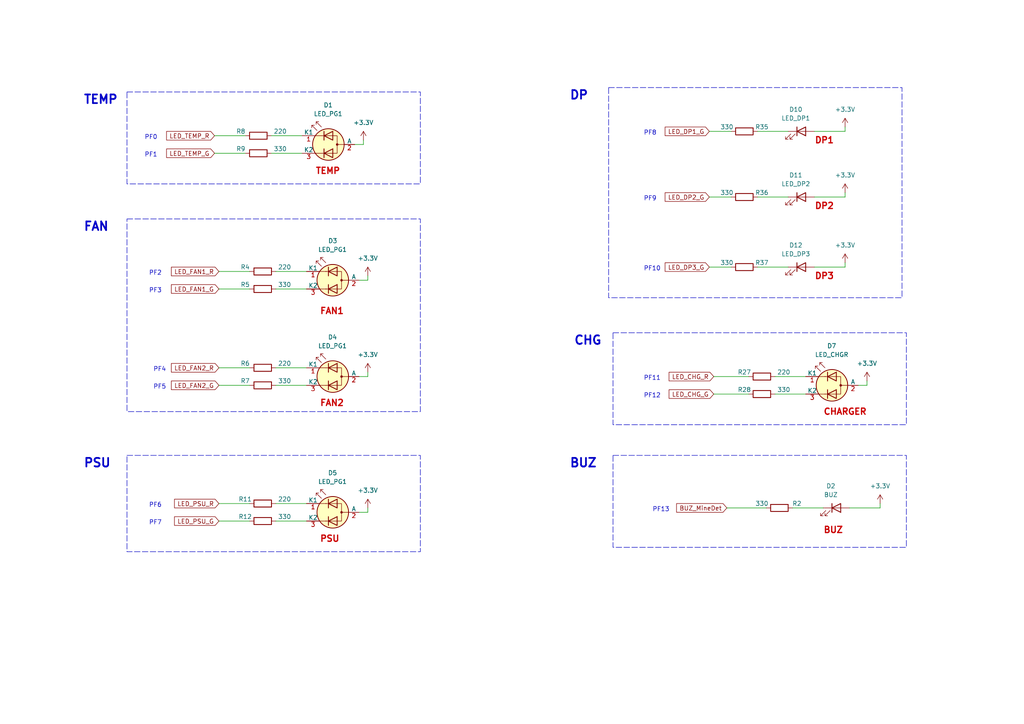
<source format=kicad_sch>
(kicad_sch (version 20230121) (generator eeschema)
  (paper "A4")
  (title_block (title "[AMDS] LED Schematic(Console+Portable)"))
  (lib_symbols
    (symbol "+3.3V_2" (power) (pin_numbers hide) (pin_names (offset 0) hide)
      (property "Value" "+3.3V_2" (at 0 3.556 0))
      (symbol "+3.3V_2_0_1"
        (polyline (pts (xy -0.762 1.27) (xy 0 2.54)))
        (polyline (pts (xy 0 0) (xy 0 2.54)))
        (polyline (pts (xy 0 2.54) (xy 0.762 1.27)))
      )
      (symbol "+3.3V_2_1_1"
        (pin power_in line (at 0 0 90) (length 0) hide (name "+3.3V") (number "1"))
      )
    )
    (symbol "+3.3V_3" (power) (pin_numbers hide) (pin_names (offset 0) hide)
      (property "Value" "+3.3V_3" (at 0 3.556 0))
      (symbol "+3.3V_3_0_1"
        (polyline (pts (xy -0.762 1.27) (xy 0 2.54)))
        (polyline (pts (xy 0 0) (xy 0 2.54)))
        (polyline (pts (xy 0 2.54) (xy 0.762 1.27)))
      )
      (symbol "+3.3V_3_1_1"
        (pin power_in line (at 0 0 90) (length 0) hide (name "+3.3V") (number "1"))
      )
    )
    (symbol "+3.3V_4" (power) (pin_numbers hide) (pin_names (offset 0) hide)
      (property "Value" "+3.3V_4" (at 0 3.556 0))
      (symbol "+3.3V_4_0_1"
        (polyline (pts (xy -0.762 1.27) (xy 0 2.54)))
        (polyline (pts (xy 0 0) (xy 0 2.54)))
        (polyline (pts (xy 0 2.54) (xy 0.762 1.27)))
      )
      (symbol "+3.3V_4_1_1"
        (pin power_in line (at 0 0 90) (length 0) hide (name "+3.3V") (number "1"))
      )
    )
    (symbol "+3.3V_5" (power) (pin_numbers hide) (pin_names (offset 0) hide)
      (property "Value" "+3.3V_5" (at 0 3.556 0))
      (symbol "+3.3V_5_0_1"
        (polyline (pts (xy -0.762 1.27) (xy 0 2.54)))
        (polyline (pts (xy 0 0) (xy 0 2.54)))
        (polyline (pts (xy 0 2.54) (xy 0.762 1.27)))
      )
      (symbol "+3.3V_5_1_1"
        (pin power_in line (at 0 0 90) (length 0) hide (name "+3.3V") (number "1"))
      )
    )
    (symbol "+3.3V_6" (power) (pin_numbers hide) (pin_names (offset 0) hide)
      (property "Value" "+3.3V_6" (at 0 3.556 0))
      (symbol "+3.3V_6_0_1"
        (polyline (pts (xy -0.762 1.27) (xy 0 2.54)))
        (polyline (pts (xy 0 0) (xy 0 2.54)))
        (polyline (pts (xy 0 2.54) (xy 0.762 1.27)))
      )
      (symbol "+3.3V_6_1_1"
        (pin power_in line (at 0 0 90) (length 0) hide (name "+3.3V") (number "1"))
      )
    )
    (symbol "+3.3V_7" (power) (pin_numbers hide) (pin_names (offset 0) hide)
      (property "Value" "+3.3V_7" (at 0 3.556 0))
      (symbol "+3.3V_7_0_1"
        (polyline (pts (xy -0.762 1.27) (xy 0 2.54)))
        (polyline (pts (xy 0 0) (xy 0 2.54)))
        (polyline (pts (xy 0 2.54) (xy 0.762 1.27)))
      )
      (symbol "+3.3V_7_1_1"
        (pin power_in line (at 0 0 90) (length 0) hide (name "+3.3V") (number "1"))
      )
    )
    (symbol "+3.3V_8" (power) (pin_numbers hide) (pin_names (offset 0) hide)
      (property "Value" "+3.3V_8" (at 0 3.556 0))
      (symbol "+3.3V_8_0_1"
        (polyline (pts (xy -0.762 1.27) (xy 0 2.54)))
        (polyline (pts (xy 0 0) (xy 0 2.54)))
        (polyline (pts (xy 0 2.54) (xy 0.762 1.27)))
      )
      (symbol "+3.3V_8_1_1"
        (pin power_in line (at 0 0 90) (length 0) hide (name "+3.3V") (number "1"))
      )
    )
    (symbol "Device:LED" (pin_numbers hide) (pin_names (offset 1.016) hide)
      (property "Reference" "D" (at 0 2.54 0))
      (property "Value" "LED" (at 0 -2.54 0))
      (symbol "LED_0_1"
        (polyline (pts (xy -1.27 -1.27) (xy -1.27 1.27)) (stroke (width 0.254)))
        (polyline (pts (xy -1.27 0) (xy 1.27 0)))
        (polyline (pts (xy 1.27 -1.27) (xy 1.27 1.27) (xy -1.27 0) (xy 1.27 -1.27)) (stroke (width 0.254)))
        (polyline (pts (xy -3.048 -0.762) (xy -4.572 -2.286) (xy -3.81 -2.286) (xy -4.572 -2.286) (xy -4.572 -1.524)))
        (polyline (pts (xy -1.778 -0.762) (xy -3.302 -2.286) (xy -2.54 -2.286) (xy -3.302 -2.286) (xy -3.302 -1.524)))
      )
      (symbol "LED_1_1"
        (pin passive line (at -3.81 0 0) (length 2.54) (name "K") (number "1"))
        (pin passive line (at 3.81 0 180) (length 2.54) (name "A") (number "2"))
      )
    )
    (symbol "Device:LED_Dual_KAK" (pin_names (offset 0))
      (property "Reference" "D" (at 0 5.715 0))
      (property "Value" "LED_Dual_KAK" (at 0 -6.35 0))
      (symbol "LED_Dual_KAK_0_1"
        (circle (center -2.54 0) (radius 0.2794) (fill (type outline)))
        (polyline (pts (xy -4.572 0) (xy -2.54 0)))
        (polyline (pts (xy 1.27 -1.27) (xy 1.27 -3.81)) (stroke (width 0.254)))
        (polyline (pts (xy 1.27 3.81) (xy 1.27 1.27)) (stroke (width 0.254)))
        (polyline (pts (xy 3.81 -2.54) (xy 1.905 -2.54)))
        (polyline (pts (xy 3.81 2.54) (xy 1.905 2.54)))
        (polyline (pts (xy -1.27 -1.27) (xy -1.27 -3.81) (xy 1.27 -2.54) (xy -1.27 -1.27)) (stroke (width 0.254)))
        (polyline (pts (xy -1.27 3.81) (xy -1.27 1.27) (xy 1.27 2.54) (xy -1.27 3.81)) (stroke (width 0.254)))
        (polyline (pts (xy 2.032 2.54) (xy -2.54 2.54) (xy -2.54 -2.54) (xy 2.032 -2.54)))
        (polyline (pts (xy 2.032 5.08) (xy 3.556 6.604) (xy 2.794 6.604) (xy 3.556 6.604) (xy 3.556 5.842)))
        (polyline (pts (xy 3.302 4.064) (xy 4.826 5.588) (xy 4.064 5.588) (xy 4.826 5.588) (xy 4.826 4.826)))
        (circle (center 0 0) (radius 4.572) (stroke (width 0.254)) (fill (type background)))
      )
      (symbol "LED_Dual_KAK_1_1"
        (pin input line (at 7.62 2.54 180) (length 3.81) (name "K1") (number "1"))
        (pin input line (at -7.62 0 0) (length 3.048) (name "A") (number "2"))
        (pin input line (at 7.62 -2.54 180) (length 3.81) (name "K2") (number "3"))
      )
    )
    (symbol "Device:R" (pin_numbers hide) (pin_names (offset 0))
      (property "Reference" "R" (at 2.032 0 90))
      (property "Value" "R" (at 0 0 90))
      (symbol "R_0_1"
        (rectangle (start -1.016 -2.54) (end 1.016 2.54) (stroke (width 0.254)))
      )
      (symbol "R_1_1"
        (pin passive line (at 0 3.81 270) (length 1.27) (name "~") (number "1"))
        (pin passive line (at 0 -3.81 90) (length 1.27) (name "~") (number "2"))
      )
    )
  )
  (wire (pts (xy 80.01 111.76) (xy 88.9 111.76)))
  (wire (pts (xy 219.71 38.1) (xy 228.6 38.1)))
  (wire (pts (xy 245.11 76.2) (xy 245.11 77.47)))
  (wire (pts (xy 222.25 147.32) (xy 210.82 147.32)))
  (wire (pts (xy 246.38 147.32) (xy 255.27 147.32)))
  (wire (pts (xy 63.5 106.68) (xy 72.39 106.68)))
  (wire (pts (xy 224.79 114.3) (xy 233.68 114.3)))
  (wire (pts (xy 219.71 57.15) (xy 228.6 57.15)))
  (wire (pts (xy 87.63 39.37) (xy 78.74 39.37)))
  (wire (pts (xy 251.46 110.49) (xy 251.46 111.76)))
  (wire (pts (xy 80.01 151.13) (xy 88.9 151.13)))
  (wire (pts (xy 212.09 57.15) (xy 205.74 57.15)))
  (wire (pts (xy 105.41 41.91) (xy 102.87 41.91)))
  (wire (pts (xy 219.71 77.47) (xy 228.6 77.47)))
  (wire (pts (xy 63.5 111.76) (xy 72.39 111.76)))
  (wire (pts (xy 106.68 80.01) (xy 106.68 81.28)))
  (wire (pts (xy 255.27 146.05) (xy 255.27 147.32)))
  (wire (pts (xy 236.22 77.47) (xy 245.11 77.47)))
  (wire (pts (xy 245.11 55.88) (xy 245.11 57.15)))
  (wire (pts (xy 88.9 146.05) (xy 80.01 146.05)))
  (wire (pts (xy 106.68 148.59) (xy 104.14 148.59)))
  (wire (pts (xy 88.9 78.74) (xy 80.01 78.74)))
  (wire (pts (xy 233.68 109.22) (xy 224.79 109.22)))
  (wire (pts (xy 63.5 146.05) (xy 72.39 146.05)))
  (wire (pts (xy 106.68 147.32) (xy 106.68 148.59)))
  (wire (pts (xy 245.11 36.83) (xy 245.11 38.1)))
  (wire (pts (xy 105.41 40.64) (xy 105.41 41.91)))
  (wire (pts (xy 78.74 44.45) (xy 87.63 44.45)))
  (wire (pts (xy 88.9 106.68) (xy 80.01 106.68)))
  (wire (pts (xy 62.23 44.45) (xy 71.12 44.45)))
  (wire (pts (xy 106.68 81.28) (xy 104.14 81.28)))
  (wire (pts (xy 207.01 109.22) (xy 217.17 109.22)))
  (wire (pts (xy 63.5 151.13) (xy 72.39 151.13)))
  (wire (pts (xy 207.01 114.3) (xy 217.17 114.3)))
  (wire (pts (xy 212.09 77.47) (xy 205.74 77.47)))
  (wire (pts (xy 63.5 78.74) (xy 72.39 78.74)))
  (wire (pts (xy 80.01 83.82) (xy 88.9 83.82)))
  (wire (pts (xy 62.23 39.37) (xy 71.12 39.37)))
  (wire (pts (xy 106.68 109.22) (xy 104.14 109.22)))
  (wire (pts (xy 236.22 38.1) (xy 245.11 38.1)))
  (wire (pts (xy 212.09 38.1) (xy 205.74 38.1)))
  (wire (pts (xy 229.87 147.32) (xy 238.76 147.32)))
  (wire (pts (xy 106.68 107.95) (xy 106.68 109.22)))
  (wire (pts (xy 236.22 57.15) (xy 245.11 57.15)))
  (wire (pts (xy 251.46 111.76) (xy 248.92 111.76)))
  (wire (pts (xy 63.5 83.82) (xy 72.39 83.82)))
  (rectangle (start 36.83 26.67) (end 121.92 53.34) (stroke (width 0) (type dash)))
  (rectangle (start 177.8 96.52) (end 262.89 123.19) (stroke (width 0) (type dash)))
  (rectangle (start 36.83 132.08) (end 121.92 160.02) (stroke (width 0) (type dash)))
  (rectangle (start 177.8 132.08) (end 262.89 158.75) (stroke (width 0) (type dash)))
  (rectangle (start 176.53 25.4) (end 261.62 86.36) (stroke (width 0) (type dash)))
  (rectangle (start 36.83 63.5) (end 121.92 119.38) (stroke (width 0) (type dash)))
  (text "PF10" (at 186.69 78.74 0) (effects (font (size 1.27 1.27)) (justify left bottom)))
  (text "DP1" (at 236.22 41.91 0) (effects (font (size 1.8 1.8) (thickness 0.36) bold) (justify left bottom)))
  (text "TEMP\n" (at 24.13 30.48 0) (effects (font (size 2.5 2.5) (thickness 0.5) bold) (justify left bottom)))
  (text "PF11" (at 186.69 110.49 0) (effects (font (size 1.27 1.27)) (justify left bottom)))
  (text "PSU" (at 24.13 135.89 0) (effects (font (size 2.5 2.5) (thickness 0.5) bold) (justify left bottom)))
  (text "PF8" (at 186.69 39.37 0) (effects (font (size 1.27 1.27)) (justify left bottom)))
  (text "PF5" (at 44.45 113.03 0) (effects (font (size 1.27 1.27)) (justify left bottom)))
  (text "TEMP" (at 91.44 50.8 0) (effects (font (size 1.8 1.8) (thickness 0.36) bold) (justify left bottom)))
  (text "PF13" (at 189.23 148.59 0) (effects (font (size 1.27 1.27)) (justify left bottom)))
  (text "CHG" (at 166.37 100.33 0) (effects (font (size 2.5 2.5) (thickness 0.5) bold) (justify left bottom)))
  (text "PF12" (at 186.69 115.57 0) (effects (font (size 1.27 1.27)) (justify left bottom)))
  (text "DP3" (at 236.22 81.28 0) (effects (font (size 1.8 1.8) (thickness 0.36) bold) (justify left bottom)))
  (text "PF0" (at 41.91 40.64 0) (effects (font (size 1.27 1.27)) (justify left bottom)))
  (text "FAN" (at 24.13 67.31 0) (effects (font (size 2.5 2.5) (thickness 0.5) bold) (justify left bottom)))
  (text "PF3" (at 43.18 85.09 0) (effects (font (size 1.27 1.27)) (justify left bottom)))
  (text "PF6" (at 43.18 147.32 0) (effects (font (size 1.27 1.27)) (justify left bottom)))
  (text "PF4" (at 44.45 107.95 0) (effects (font (size 1.27 1.27)) (justify left bottom)))
  (text "BUZ" (at 238.76 154.94 0) (effects (font (size 1.8 1.8) (thickness 0.36) bold) (justify left bottom)))
  (text "PF2" (at 43.18 80.01 0) (effects (font (size 1.27 1.27)) (justify left bottom)))
  (text "PF1" (at 41.91 45.72 0) (effects (font (size 1.27 1.27)) (justify left bottom)))
  (text "DP" (at 165.1 29.21 0) (effects (font (size 2.5 2.5) (thickness 0.5) bold) (justify left bottom)))
  (text "FAN2" (at 92.71 118.11 0) (effects (font (size 1.8 1.8) (thickness 0.36) bold) (justify left bottom)))
  (text "CHARGER" (at 238.76 120.65 0) (effects (font (size 1.8 1.8) (thickness 0.36) bold) (justify left bottom)))
  (text "DP2" (at 236.22 60.96 0) (effects (font (size 1.8 1.8) (thickness 0.36) bold) (justify left bottom)))
  (text "PF9" (at 186.69 58.42 0) (effects (font (size 1.27 1.27)) (justify left bottom)))
  (text "FAN1" (at 92.71 91.44 0) (effects (font (size 1.8 1.8) (thickness 0.36) bold) (justify left bottom)))
  (text "PF7" (at 43.18 152.4 0) (effects (font (size 1.27 1.27)) (justify left bottom)))
  (text "PSU" (at 92.71 157.48 0) (effects (font (size 1.8 1.8) (thickness 0.36) bold) (justify left bottom)))
  (text "BUZ\n" (at 165.1 135.89 0) (effects (font (size 2.5 2.5) (thickness 0.5) bold) (justify left bottom)))
  (global_label "LED_PSU_G" (shape input) (at 63.5 151.13 180) (property "Intersheetrefs" "${INTERSHEET_REFS}" (effects hide)))
  (global_label "LED_TEMP_G" (shape input) (at 62.23 44.45 180) (property "Intersheetrefs" "${INTERSHEET_REFS}" (effects hide)))
  (global_label "LED_TEMP_R" (shape input) (at 62.23 39.37 180) (property "Intersheetrefs" "${INTERSHEET_REFS}" (effects hide)))
  (global_label "LED_FAN1_R" (shape input) (at 63.5 78.74 180) (property "Intersheetrefs" "${INTERSHEET_REFS}" (effects hide)))
  (global_label "LED_DP3_G" (shape input) (at 205.74 77.47 180) (property "Intersheetrefs" "${INTERSHEET_REFS}" (effects hide)))
  (global_label "LED_FAN1_G" (shape input) (at 63.5 83.82 180) (property "Intersheetrefs" "${INTERSHEET_REFS}" (effects hide)))
  (global_label "LED_PSU_R" (shape input) (at 63.5 146.05 180) (property "Intersheetrefs" "${INTERSHEET_REFS}" (effects hide)))
  (global_label "LED_FAN2_R" (shape input) (at 63.5 106.68 180) (property "Intersheetrefs" "${INTERSHEET_REFS}" (effects hide)))
  (global_label "LED_DP2_G" (shape input) (at 205.74 57.15 180) (property "Intersheetrefs" "${INTERSHEET_REFS}" (effects hide)))
  (global_label "LED_FAN2_G" (shape input) (at 63.5 111.76 180) (property "Intersheetrefs" "${INTERSHEET_REFS}" (effects hide)))
  (global_label "LED_CHG_G" (shape input) (at 207.01 114.3 180) (property "Intersheetrefs" "${INTERSHEET_REFS}" (effects hide)))
  (global_label "LED_CHG_R" (shape input) (at 207.01 109.22 180) (property "Intersheetrefs" "${INTERSHEET_REFS}" (effects hide)))
  (global_label "BUZ_MineDet" (shape input) (at 210.82 147.32 180) (property "Intersheetrefs" "${INTERSHEET_REFS}" (effects hide)))
  (global_label "LED_DP1_G" (shape input) (at 205.74 38.1 180) (property "Intersheetrefs" "${INTERSHEET_REFS}" (effects hide)))
  (symbol (lib_id "Device:LED_Dual_KAK") (at 95.25 41.91 0) (mirror y) (unit 1)
    (property "Reference" "D1" (at 95.1865 30.48 0))
    (property "Value" "LED_PG1" (at 95.1865 33.02 0))
  )
  (symbol (lib_name "+3.3V_6") (lib_id "power:+3.3V") (at 245.11 36.83 0) (mirror y) (unit 1)
    (property "Reference" "#PWR017" (effects hide))
    (property "Value" "+3.3V" (at 245.11 31.75 0))
  )
  (symbol (lib_id "Device:R") (at 76.2 151.13 270) (mirror x) (unit 1)
    (property "Reference" "R12" (at 71.12 149.86 90))
    (property "Value" "330" (at 82.55 149.86 90))
  )
  (symbol (lib_id "Device:R") (at 76.2 78.74 270) (mirror x) (unit 1)
    (property "Reference" "R4" (at 71.12 77.47 90))
    (property "Value" "220" (at 82.55 77.47 90))
  )
  (symbol (lib_id "Device:LED") (at 242.57 147.32 0) (unit 1)
    (property "Reference" "D2" (at 240.9825 140.97 0))
    (property "Value" "BUZ" (at 240.9825 143.51 0))
  )
  (symbol (lib_name "+3.3V_7") (lib_id "power:+3.3V") (at 245.11 55.88 0) (mirror y) (unit 1)
    (property "Reference" "#PWR018" (effects hide))
    (property "Value" "+3.3V" (at 245.11 50.8 0))
  )
  (symbol (lib_id "Device:R") (at 74.93 39.37 270) (mirror x) (unit 1)
    (property "Reference" "R8" (at 69.85 38.1 90))
    (property "Value" "220" (at 81.28 38.1 90))
  )
  (symbol (lib_id "Device:R") (at 215.9 77.47 270) (mirror x) (unit 1)
    (property "Reference" "R37" (at 220.98 76.2 90))
    (property "Value" "330" (at 210.82 76.2 90))
  )
  (symbol (lib_id "Device:R") (at 76.2 146.05 270) (mirror x) (unit 1)
    (property "Reference" "R11" (at 71.12 144.78 90))
    (property "Value" "220" (at 82.55 144.78 90))
  )
  (symbol (lib_id "Device:R") (at 215.9 57.15 270) (mirror x) (unit 1)
    (property "Reference" "R36" (at 220.98 55.88 90))
    (property "Value" "330" (at 210.82 55.88 90))
  )
  (symbol (lib_id "Device:R") (at 74.93 44.45 270) (mirror x) (unit 1)
    (property "Reference" "R9" (at 69.85 43.18 90))
    (property "Value" "330" (at 81.28 43.18 90))
  )
  (symbol (lib_name "+3.3V_6") (lib_id "power:+3.3V") (at 255.27 146.05 0) (mirror y) (unit 1)
    (property "Reference" "#PWR02" (effects hide))
    (property "Value" "+3.3V" (at 255.27 140.97 0))
  )
  (symbol (lib_name "+3.3V_2") (lib_id "power:+3.3V") (at 251.46 110.49 0) (mirror y) (unit 1)
    (property "Reference" "#PWR015" (effects hide))
    (property "Value" "+3.3V" (at 251.46 105.41 0))
  )
  (symbol (lib_id "Device:LED") (at 232.41 77.47 0) (unit 1)
    (property "Reference" "D12" (at 230.8225 71.12 0))
    (property "Value" "LED_DP3" (at 230.8225 73.66 0))
  )
  (symbol (lib_id "Device:LED_Dual_KAK") (at 96.52 109.22 0) (mirror y) (unit 1)
    (property "Reference" "D4" (at 96.4565 97.79 0))
    (property "Value" "LED_PG1" (at 96.4565 100.33 0))
  )
  (symbol (lib_id "Device:R") (at 76.2 106.68 270) (mirror x) (unit 1)
    (property "Reference" "R6" (at 71.12 105.41 90))
    (property "Value" "220" (at 82.55 105.41 90))
  )
  (symbol (lib_id "Device:R") (at 226.06 147.32 270) (mirror x) (unit 1)
    (property "Reference" "R2" (at 231.14 146.05 90))
    (property "Value" "330" (at 220.98 146.05 90))
  )
  (symbol (lib_id "Device:LED") (at 232.41 38.1 0) (unit 1)
    (property "Reference" "D10" (at 230.8225 31.75 0))
    (property "Value" "LED_DP1" (at 230.8225 34.29 0))
  )
  (symbol (lib_name "+3.3V_5") (lib_id "power:+3.3V") (at 106.68 147.32 0) (mirror y) (unit 1)
    (property "Reference" "#PWR07" (effects hide))
    (property "Value" "+3.3V" (at 106.68 142.24 0))
  )
  (symbol (lib_name "+3.3V_3") (lib_id "power:+3.3V") (at 106.68 80.01 0) (mirror y) (unit 1)
    (property "Reference" "#PWR05" (effects hide))
    (property "Value" "+3.3V" (at 106.68 74.93 0))
  )
  (symbol (lib_id "Device:R") (at 220.98 114.3 270) (mirror x) (unit 1)
    (property "Reference" "R28" (at 215.9 113.03 90))
    (property "Value" "330" (at 227.33 113.03 90))
  )
  (symbol (lib_id "Device:R") (at 215.9 38.1 270) (mirror x) (unit 1)
    (property "Reference" "R35" (at 220.98 36.83 90))
    (property "Value" "330" (at 210.82 36.83 90))
  )
  (symbol (lib_name "+3.3V_3") (lib_id "power:+3.3V") (at 105.41 40.64 0) (mirror y) (unit 1)
    (property "Reference" "#PWR04" (effects hide))
    (property "Value" "+3.3V" (at 105.41 35.56 0))
  )
  (symbol (lib_id "Device:LED") (at 232.41 57.15 0) (unit 1)
    (property "Reference" "D11" (at 230.8225 50.8 0))
    (property "Value" "LED_DP2" (at 230.8225 53.34 0))
  )
  (symbol (lib_id "Device:LED_Dual_KAK") (at 96.52 148.59 0) (mirror y) (unit 1)
    (property "Reference" "D5" (at 96.4565 137.16 0))
    (property "Value" "LED_PG1" (at 96.4565 139.7 0))
  )
  (symbol (lib_name "+3.3V_8") (lib_id "power:+3.3V") (at 245.11 76.2 0) (mirror y) (unit 1)
    (property "Reference" "#PWR019" (effects hide))
    (property "Value" "+3.3V" (at 245.11 71.12 0))
  )
  (symbol (lib_id "Device:LED_Dual_KAK") (at 96.52 81.28 0) (mirror y) (unit 1)
    (property "Reference" "D3" (at 96.52 69.85 0))
    (property "Value" "LED_PG1" (at 96.4565 72.39 0))
  )
  (symbol (lib_name "+3.3V_4") (lib_id "power:+3.3V") (at 106.68 107.95 0) (mirror y) (unit 1)
    (property "Reference" "#PWR06" (effects hide))
    (property "Value" "+3.3V" (at 106.68 102.87 0))
  )
  (symbol (lib_id "Device:LED_Dual_KAK") (at 241.3 111.76 0) (mirror y) (unit 1)
    (property "Reference" "D7" (at 241.2365 100.33 0))
    (property "Value" "LED_CHGR" (at 241.2365 102.87 0))
  )
  (symbol (lib_id "Device:R") (at 76.2 111.76 270) (mirror x) (unit 1)
    (property "Reference" "R7" (at 71.12 110.49 90))
    (property "Value" "330" (at 82.55 110.49 90))
  )
  (symbol (lib_id "Device:R") (at 76.2 83.82 270) (mirror x) (unit 1)
    (property "Reference" "R5" (at 71.12 82.55 90))
    (property "Value" "330" (at 82.55 82.55 90))
  )
  (symbol (lib_id "Device:R") (at 220.98 109.22 270) (mirror x) (unit 1)
    (property "Reference" "R27" (at 215.9 107.95 90))
    (property "Value" "220" (at 227.33 107.95 90))
  )
)
</source>
